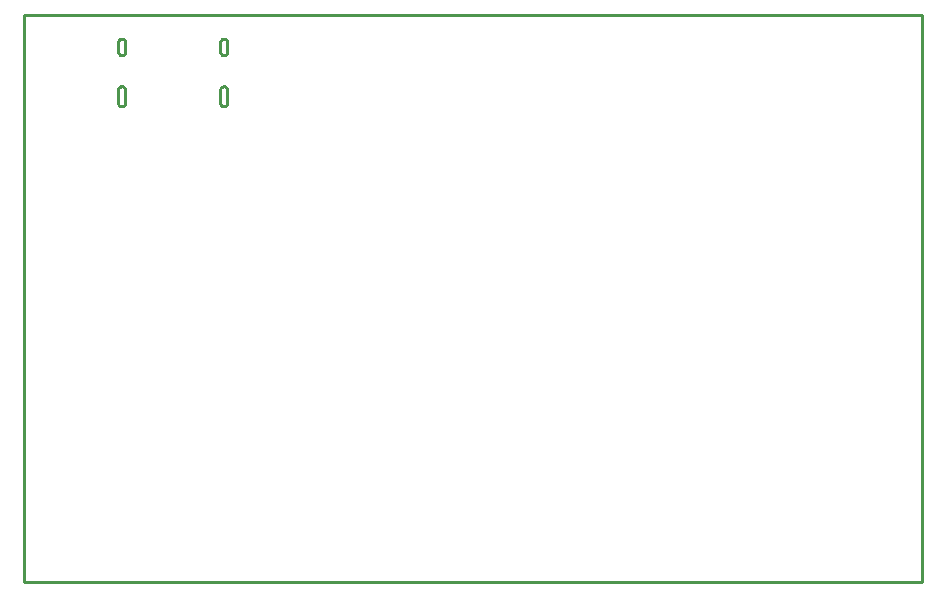
<source format=gbr>
G04 EAGLE Gerber RS-274X export*
G75*
%MOMM*%
%FSLAX34Y34*%
%LPD*%
%IN*%
%IPPOS*%
%AMOC8*
5,1,8,0,0,1.08239X$1,22.5*%
G01*
G04 Define Apertures*
%ADD10C,0.254000*%
D10*
X-30000Y20000D02*
X730000Y20000D01*
X730000Y500000D01*
X-30000Y500000D01*
X-30000Y20000D01*
X49700Y425900D02*
X49711Y425639D01*
X49746Y425379D01*
X49802Y425124D01*
X49881Y424874D01*
X49981Y424632D01*
X50102Y424400D01*
X50243Y424179D01*
X50402Y423972D01*
X50579Y423779D01*
X50772Y423602D01*
X50979Y423443D01*
X51200Y423302D01*
X51432Y423181D01*
X51674Y423081D01*
X51924Y423002D01*
X52179Y422946D01*
X52439Y422911D01*
X52700Y422900D01*
X52961Y422911D01*
X53221Y422946D01*
X53476Y423002D01*
X53726Y423081D01*
X53968Y423181D01*
X54200Y423302D01*
X54421Y423443D01*
X54628Y423602D01*
X54821Y423779D01*
X54998Y423972D01*
X55157Y424179D01*
X55298Y424400D01*
X55419Y424632D01*
X55519Y424874D01*
X55598Y425124D01*
X55654Y425379D01*
X55689Y425639D01*
X55700Y425900D01*
X55700Y436900D01*
X55689Y437161D01*
X55654Y437421D01*
X55598Y437676D01*
X55519Y437926D01*
X55419Y438168D01*
X55298Y438400D01*
X55157Y438621D01*
X54998Y438828D01*
X54821Y439021D01*
X54628Y439198D01*
X54421Y439357D01*
X54200Y439498D01*
X53968Y439619D01*
X53726Y439719D01*
X53476Y439798D01*
X53221Y439854D01*
X52961Y439889D01*
X52700Y439900D01*
X52439Y439889D01*
X52179Y439854D01*
X51924Y439798D01*
X51674Y439719D01*
X51432Y439619D01*
X51200Y439498D01*
X50979Y439357D01*
X50772Y439198D01*
X50579Y439021D01*
X50402Y438828D01*
X50243Y438621D01*
X50102Y438400D01*
X49981Y438168D01*
X49881Y437926D01*
X49802Y437676D01*
X49746Y437421D01*
X49711Y437161D01*
X49700Y436900D01*
X49700Y425900D01*
X136100Y425900D02*
X136111Y425639D01*
X136146Y425379D01*
X136202Y425124D01*
X136281Y424874D01*
X136381Y424632D01*
X136502Y424400D01*
X136643Y424179D01*
X136802Y423972D01*
X136979Y423779D01*
X137172Y423602D01*
X137379Y423443D01*
X137600Y423302D01*
X137832Y423181D01*
X138074Y423081D01*
X138324Y423002D01*
X138579Y422946D01*
X138839Y422911D01*
X139100Y422900D01*
X139361Y422911D01*
X139621Y422946D01*
X139876Y423002D01*
X140126Y423081D01*
X140368Y423181D01*
X140600Y423302D01*
X140821Y423443D01*
X141028Y423602D01*
X141221Y423779D01*
X141398Y423972D01*
X141557Y424179D01*
X141698Y424400D01*
X141819Y424632D01*
X141919Y424874D01*
X141998Y425124D01*
X142054Y425379D01*
X142089Y425639D01*
X142100Y425900D01*
X142100Y436900D01*
X142089Y437161D01*
X142054Y437421D01*
X141998Y437676D01*
X141919Y437926D01*
X141819Y438168D01*
X141698Y438400D01*
X141557Y438621D01*
X141398Y438828D01*
X141221Y439021D01*
X141028Y439198D01*
X140821Y439357D01*
X140600Y439498D01*
X140368Y439619D01*
X140126Y439719D01*
X139876Y439798D01*
X139621Y439854D01*
X139361Y439889D01*
X139100Y439900D01*
X138839Y439889D01*
X138579Y439854D01*
X138324Y439798D01*
X138074Y439719D01*
X137832Y439619D01*
X137600Y439498D01*
X137379Y439357D01*
X137172Y439198D01*
X136979Y439021D01*
X136802Y438828D01*
X136643Y438621D01*
X136502Y438400D01*
X136381Y438168D01*
X136281Y437926D01*
X136202Y437676D01*
X136146Y437421D01*
X136111Y437161D01*
X136100Y436900D01*
X136100Y425900D01*
X49700Y469200D02*
X49711Y468939D01*
X49746Y468679D01*
X49802Y468424D01*
X49881Y468174D01*
X49981Y467932D01*
X50102Y467700D01*
X50243Y467479D01*
X50402Y467272D01*
X50579Y467079D01*
X50772Y466902D01*
X50979Y466743D01*
X51200Y466602D01*
X51432Y466481D01*
X51674Y466381D01*
X51924Y466302D01*
X52179Y466246D01*
X52439Y466211D01*
X52700Y466200D01*
X52961Y466211D01*
X53221Y466246D01*
X53476Y466302D01*
X53726Y466381D01*
X53968Y466481D01*
X54200Y466602D01*
X54421Y466743D01*
X54628Y466902D01*
X54821Y467079D01*
X54998Y467272D01*
X55157Y467479D01*
X55298Y467700D01*
X55419Y467932D01*
X55519Y468174D01*
X55598Y468424D01*
X55654Y468679D01*
X55689Y468939D01*
X55700Y469200D01*
X55700Y477200D01*
X55689Y477461D01*
X55654Y477721D01*
X55598Y477976D01*
X55519Y478226D01*
X55419Y478468D01*
X55298Y478700D01*
X55157Y478921D01*
X54998Y479128D01*
X54821Y479321D01*
X54628Y479498D01*
X54421Y479657D01*
X54200Y479798D01*
X53968Y479919D01*
X53726Y480019D01*
X53476Y480098D01*
X53221Y480154D01*
X52961Y480189D01*
X52700Y480200D01*
X52439Y480189D01*
X52179Y480154D01*
X51924Y480098D01*
X51674Y480019D01*
X51432Y479919D01*
X51200Y479798D01*
X50979Y479657D01*
X50772Y479498D01*
X50579Y479321D01*
X50402Y479128D01*
X50243Y478921D01*
X50102Y478700D01*
X49981Y478468D01*
X49881Y478226D01*
X49802Y477976D01*
X49746Y477721D01*
X49711Y477461D01*
X49700Y477200D01*
X49700Y469200D01*
X136100Y469200D02*
X136111Y468939D01*
X136146Y468679D01*
X136202Y468424D01*
X136281Y468174D01*
X136381Y467932D01*
X136502Y467700D01*
X136643Y467479D01*
X136802Y467272D01*
X136979Y467079D01*
X137172Y466902D01*
X137379Y466743D01*
X137600Y466602D01*
X137832Y466481D01*
X138074Y466381D01*
X138324Y466302D01*
X138579Y466246D01*
X138839Y466211D01*
X139100Y466200D01*
X139361Y466211D01*
X139621Y466246D01*
X139876Y466302D01*
X140126Y466381D01*
X140368Y466481D01*
X140600Y466602D01*
X140821Y466743D01*
X141028Y466902D01*
X141221Y467079D01*
X141398Y467272D01*
X141557Y467479D01*
X141698Y467700D01*
X141819Y467932D01*
X141919Y468174D01*
X141998Y468424D01*
X142054Y468679D01*
X142089Y468939D01*
X142100Y469200D01*
X142100Y477200D01*
X142089Y477461D01*
X142054Y477721D01*
X141998Y477976D01*
X141919Y478226D01*
X141819Y478468D01*
X141698Y478700D01*
X141557Y478921D01*
X141398Y479128D01*
X141221Y479321D01*
X141028Y479498D01*
X140821Y479657D01*
X140600Y479798D01*
X140368Y479919D01*
X140126Y480019D01*
X139876Y480098D01*
X139621Y480154D01*
X139361Y480189D01*
X139100Y480200D01*
X138839Y480189D01*
X138579Y480154D01*
X138324Y480098D01*
X138074Y480019D01*
X137832Y479919D01*
X137600Y479798D01*
X137379Y479657D01*
X137172Y479498D01*
X136979Y479321D01*
X136802Y479128D01*
X136643Y478921D01*
X136502Y478700D01*
X136381Y478468D01*
X136281Y478226D01*
X136202Y477976D01*
X136146Y477721D01*
X136111Y477461D01*
X136100Y477200D01*
X136100Y469200D01*
M02*

</source>
